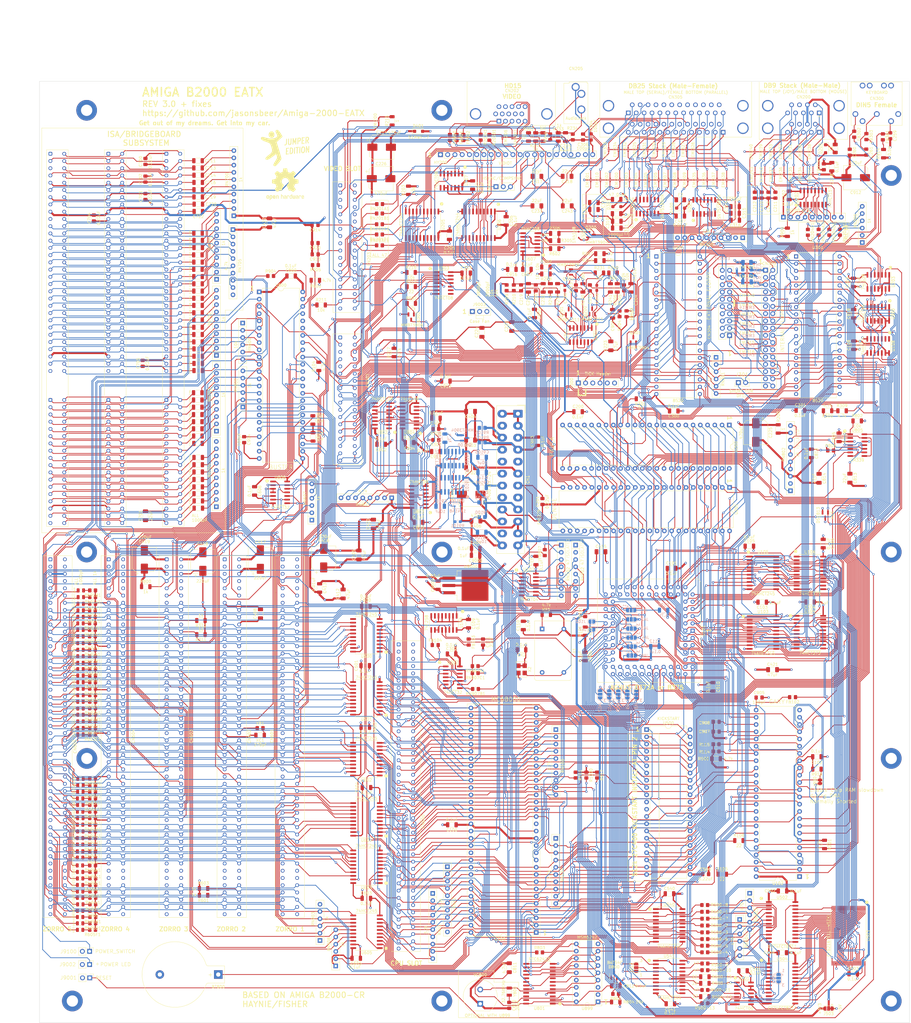
<source format=kicad_pcb>
(kicad_pcb
	(version 20240108)
	(generator "pcbnew")
	(generator_version "8.0")
	(general
		(thickness 1.6)
		(legacy_teardrops no)
	)
	(paper "C")
	(title_block
		(title "Amiga 2000 EATX")
		(date "2023-03-15")
		(rev "3.0")
	)
	(layers
		(0 "F.Cu" signal)
		(1 "In1.Cu" power)
		(2 "In2.Cu" power)
		(31 "B.Cu" signal)
		(32 "B.Adhes" user "B.Adhesive")
		(33 "F.Adhes" user "F.Adhesive")
		(34 "B.Paste" user)
		(35 "F.Paste" user)
		(36 "B.SilkS" user "B.Silkscreen")
		(37 "F.SilkS" user "F.Silkscreen")
		(38 "B.Mask" user)
		(39 "F.Mask" user)
		(40 "Dwgs.User" user "User.Drawings")
		(41 "Cmts.User" user "User.Comments")
		(42 "Eco1.User" user "User.Eco1")
		(43 "Eco2.User" user "User.Eco2")
		(44 "Edge.Cuts" user)
		(45 "Margin" user)
		(46 "B.CrtYd" user "B.Courtyard")
		(47 "F.CrtYd" user "F.Courtyard")
		(48 "B.Fab" user)
		(49 "F.Fab" user)
	)
	(setup
		(stackup
			(layer "F.SilkS"
				(type "Top Silk Screen")
			)
			(layer "F.Paste"
				(type "Top Solder Paste")
			)
			(layer "F.Mask"
				(type "Top Solder Mask")
				(thickness 0.01)
			)
			(layer "F.Cu"
				(type "copper")
				(thickness 0.035)
			)
			(layer "dielectric 1"
				(type "core")
				(thickness 0.48)
				(material "FR4")
				(epsilon_r 4.5)
				(loss_tangent 0.02)
			)
			(layer "In1.Cu"
				(type "copper")
				(thickness 0.035)
			)
			(layer "dielectric 2"
				(type "prepreg")
				(thickness 0.48)
				(material "FR4")
				(epsilon_r 4.5)
				(loss_tangent 0.02)
			)
			(layer "In2.Cu"
				(type "copper")
				(thickness 0.035)
			)
			(layer "dielectric 3"
				(type "core")
				(thickness 0.48)
				(material "FR4")
				(epsilon_r 4.5)
				(loss_tangent 0.02)
			)
			(layer "B.Cu"
				(type "copper")
				(thickness 0.035)
			)
			(layer "B.Mask"
				(type "Bottom Solder Mask")
				(thickness 0.01)
			)
			(layer "B.Paste"
				(type "Bottom Solder Paste")
			)
			(layer "B.SilkS"
				(type "Bottom Silk Screen")
			)
			(copper_finish "None")
			(dielectric_constraints no)
		)
		(pad_to_mask_clearance 0.05)
		(allow_soldermask_bridges_in_footprints no)
		(pcbplotparams
			(layerselection 0x00010fc_ffffffff)
			(plot_on_all_layers_selection 0x0000000_00000000)
			(disableapertmacros no)
			(usegerberextensions yes)
			(usegerberattributes no)
			(usegerberadvancedattributes no)
			(creategerberjobfile no)
			(dashed_line_dash_ratio 12.000000)
			(dashed_line_gap_ratio 3.000000)
			(svgprecision 4)
			(plotframeref no)
			(viasonmask no)
			(mode 1)
			(useauxorigin no)
			(hpglpennumber 1)
			(hpglpenspeed 20)
			(hpglpendiameter 15.000000)
			(pdf_front_fp_property_popups yes)
			(pdf_back_fp_property_popups yes)
			(dxfpolygonmode yes)
			(dxfimperialunits yes)
			(dxfusepcbnewfont yes)
			(psnegative no)
			(psa4output no)
			(plotreference yes)
			(plotvalue yes)
			(plotfptext yes)
			(plotinvisibletext no)
			(sketchpadsonfab no)
			(subtractmaskfromsilk yes)
			(outputformat 1)
			(mirror no)
			(drillshape 0)
			(scaleselection 1)
			(outputdirectory "out/")
		)
	)
	(net 0 "")
	(net 1 "GND")
	(net 2 "Net-(BT800-+)")
	(net 3 "_DTACK")
	(net 4 "_LDS")
	(net 5 "_UDS")
	(net 6 "R_W")
	(net 7 "_AS")
	(net 8 "_HLT")
	(net 9 "_RST")
	(net 10 "Net-(XC1-Pad1)")
	(net 11 "_BEER")
	(net 12 "_BOSS")
	(net 13 "_VPA")
	(net 14 "_BR")
	(net 15 "_BGACK")
	(net 16 "_IPL2")
	(net 17 "_IPL1")
	(net 18 "_IPL0")
	(net 19 "FC2")
	(net 20 "FC1")
	(net 21 "FC0")
	(net 22 "_VMA")
	(net 23 "D5")
	(net 24 "A4")
	(net 25 "D6")
	(net 26 "A3")
	(net 27 "D7")
	(net 28 "A2")
	(net 29 "D8")
	(net 30 "A1")
	(net 31 "D9")
	(net 32 "D10")
	(net 33 "D11")
	(net 34 "D12")
	(net 35 "D13")
	(net 36 "D14")
	(net 37 "D15")
	(net 38 "A23")
	(net 39 "E")
	(net 40 "A22")
	(net 41 "A21")
	(net 42 "A20")
	(net 43 "A19")
	(net 44 "7M")
	(net 45 "A18")
	(net 46 "A17")
	(net 47 "A16")
	(net 48 "A15")
	(net 49 "_BG")
	(net 50 "A14")
	(net 51 "A13")
	(net 52 "A12")
	(net 53 "A11")
	(net 54 "A10")
	(net 55 "A9")
	(net 56 "D0")
	(net 57 "A8")
	(net 58 "D1")
	(net 59 "A7")
	(net 60 "D2")
	(net 61 "A6")
	(net 62 "D3")
	(net 63 "A5")
	(net 64 "D4")
	(net 65 "_OEB")
	(net 66 "DRD8")
	(net 67 "DRD9")
	(net 68 "DRD10")
	(net 69 "DRD11")
	(net 70 "DRD12")
	(net 71 "DRD13")
	(net 72 "DRD14")
	(net 73 "DRD15")
	(net 74 "DRD0")
	(net 75 "DRD1")
	(net 76 "DRD2")
	(net 77 "DRD3")
	(net 78 "DRD4")
	(net 79 "DRD5")
	(net 80 "DRD6")
	(net 81 "DRD7")
	(net 82 "_LATCH")
	(net 83 "_OEL")
	(net 84 "+12V")
	(net 85 "-5V")
	(net 86 "Net-(CN601-Pad98)")
	(net 87 "Net-(CN601-Pad97)")
	(net 88 "Net-(JA5-A)")
	(net 89 "BA7")
	(net 90 "BA6")
	(net 91 "BA5")
	(net 92 "BA4")
	(net 93 "BA3")
	(net 94 "BA2")
	(net 95 "BA1")
	(net 96 "Net-(U201B-VCC)")
	(net 97 "Net-(Q202-C)")
	(net 98 "BA8")
	(net 99 "BA9")
	(net 100 "BA10")
	(net 101 "BA11")
	(net 102 "BA12")
	(net 103 "BA13")
	(net 104 "BA14")
	(net 105 "BA15")
	(net 106 "BA16")
	(net 107 "BA17")
	(net 108 "BA18")
	(net 109 "BA19")
	(net 110 "BA20")
	(net 111 "BA21")
	(net 112 "BA22")
	(net 113 "BA23")
	(net 114 "BD0")
	(net 115 "BD1")
	(net 116 "BD2")
	(net 117 "BD3")
	(net 118 "BD4")
	(net 119 "BD5")
	(net 120 "BD6")
	(net 121 "BD7")
	(net 122 "BD15")
	(net 123 "BD14")
	(net 124 "BD13")
	(net 125 "BD12")
	(net 126 "BD11")
	(net 127 "BD10")
	(net 128 "BD9")
	(net 129 "BD8")
	(net 130 "_CBG")
	(net 131 "_CBR")
	(net 132 "_INT6")
	(net 133 "XRDY")
	(net 134 "_VC1")
	(net 135 "_VC3")
	(net 136 "_INT2")
	(net 137 "VCDAC")
	(net 138 "28M")
	(net 139 "V7M")
	(net 140 "_BAS")
	(net 141 "_BUDS")
	(net 142 "_BLDS")
	(net 143 "READ")
	(net 144 "BFC0")
	(net 145 "BFC1")
	(net 146 "BFC2")
	(net 147 "_D2P")
	(net 148 "DMAOUT")
	(net 149 "_DBOE")
	(net 150 "Net-(C617-Pad1)")
	(net 151 "Net-(C619-Pad1)")
	(net 152 "Net-(C620-Pad1)")
	(net 153 "Net-(C621-Pad1)")
	(net 154 "Net-(C622-Pad1)")
	(net 155 "Net-(C623-Pad1)")
	(net 156 "Net-(C624-Pad1)")
	(net 157 "Net-(C625-Pad1)")
	(net 158 "Net-(C626-Pad1)")
	(net 159 "Net-(C627-Pad1)")
	(net 160 "Net-(C628-Pad1)")
	(net 161 "Net-(C629-Pad1)")
	(net 162 "Net-(C630-Pad1)")
	(net 163 "Net-(C631-Pad1)")
	(net 164 "Net-(C632-Pad1)")
	(net 165 "Net-(C633-Pad1)")
	(net 166 "Net-(C635-Pad1)")
	(net 167 "Net-(C637-Pad1)")
	(net 168 "Net-(C639-Pad1)")
	(net 169 "Net-(C641-Pad1)")
	(net 170 "Net-(C645-Pad1)")
	(net 171 "Net-(C647-Pad1)")
	(net 172 "Net-(C649-Pad1)")
	(net 173 "Net-(C650-Pad1)")
	(net 174 "Net-(C651-Pad1)")
	(net 175 "Net-(C652-Pad1)")
	(net 176 "Net-(C654-Pad1)")
	(net 177 "Net-(C655-Pad1)")
	(net 178 "Net-(C657-Pad1)")
	(net 179 "Net-(C658-Pad1)")
	(net 180 "Net-(C659-Pad1)")
	(net 181 "Net-(C660-Pad1)")
	(net 182 "Net-(C661-Pad1)")
	(net 183 "Net-(C662-Pad1)")
	(net 184 "Net-(C663-Pad1)")
	(net 185 "Net-(C664-Pad1)")
	(net 186 "Net-(C665-Pad1)")
	(net 187 "Net-(C666-Pad1)")
	(net 188 "Net-(C667-Pad1)")
	(net 189 "Net-(C668-Pad1)")
	(net 190 "Net-(C669-Pad1)")
	(net 191 "Net-(C670-Pad1)")
	(net 192 "Net-(C671-Pad1)")
	(net 193 "Net-(C672-Pad1)")
	(net 194 "Net-(C673-Pad1)")
	(net 195 "Net-(C674-Pad1)")
	(net 196 "_EINT1")
	(net 197 "Net-(C675-Pad1)")
	(net 198 "E7M")
	(net 199 "_EBG5")
	(net 200 "_EBR5")
	(net 201 "_EINT4")
	(net 202 "_EINT5")
	(net 203 "_EINT7")
	(net 204 "-12V")
	(net 205 "_EC1")
	(net 206 "_GBG")
	(net 207 "DOE")
	(net 208 "_OVR")
	(net 209 "ECDAC")
	(net 210 "_SLAVE5")
	(net 211 "_OWN")
	(net 212 "_EBG4")
	(net 213 "_EBR4")
	(net 214 "_SLAVE4")
	(net 215 "_EBG3")
	(net 216 "_EBR3")
	(net 217 "_SLAVE3")
	(net 218 "_EBG2")
	(net 219 "_EBR2")
	(net 220 "_SLAVE2")
	(net 221 "_EBG1")
	(net 222 "_EBR1")
	(net 223 "_COPCFG")
	(net 224 "_SLAVE1")
	(net 225 "Net-(U200-P0X)")
	(net 226 "/Power/+5VSB")
	(net 227 "Net-(U200-P0Y)")
	(net 228 "/Zorro_Expansion/_CFGOUT4")
	(net 229 "/Zorro_Expansion/_CFGIN4")
	(net 230 "/Zorro_Expansion/_CFGOUT3")
	(net 231 "/Zorro_Expansion/_CFGIN3")
	(net 232 "/Zorro_Expansion/_CFGOUT2")
	(net 233 "/Zorro_Expansion/_CFGIN2")
	(net 234 "Net-(U200-P1X)")
	(net 235 "+VID")
	(net 236 "_C4")
	(net 237 "_CSYNC")
	(net 238 "/Video/RED")
	(net 239 "/Video/GREEN")
	(net 240 "/Video/BLUE")
	(net 241 "PSTROBE")
	(net 242 "/Video/PIXELSW")
	(net 243 "_HSYNC")
	(net 244 "/Video/BURST")
	(net 245 "_XCLKEN")
	(net 246 "FLTRIGHT")
	(net 247 "FLTLEFT")
	(net 248 "Net-(U200-P1Y)")
	(net 249 "Net-(CN202-Pad14)")
	(net 250 "Net-(CN202-Pad13)")
	(net 251 "Net-(U204B-+)")
	(net 252 "Net-(Q201-S)")
	(net 253 "Net-(U204A--)")
	(net 254 "Net-(CN202-Pad3)")
	(net 255 "Net-(CN202-Pad2)")
	(net 256 "Net-(CN202-Pad1)")
	(net 257 "AUDIO")
	(net 258 "PPD7")
	(net 259 "PPD5")
	(net 260 "PPD3")
	(net 261 "PPD1")
	(net 262 "_PACK")
	(net 263 "PBUSY")
	(net 264 "PPOUT")
	(net 265 "B1")
	(net 266 "G2")
	(net 267 "G0")
	(net 268 "R2")
	(net 269 "R0")
	(net 270 "RAWRIGHT")
	(net 271 "RAWLEFT")
	(net 272 "_LED")
	(net 273 "PPD6")
	(net 274 "PPD4")
	(net 275 "PPD2")
	(net 276 "PPD0")
	(net 277 "PSEL")
	(net 278 "B2")
	(net 279 "G1")
	(net 280 "R1")
	(net 281 "+3V3")
	(net 282 "Net-(EMI200-Pad2)")
	(net 283 "Net-(R212-Pad2)")
	(net 284 "XCLK")
	(net 285 "Net-(R216-Pad2)")
	(net 286 "B0")
	(net 287 "R3")
	(net 288 "G3")
	(net 289 "B3")
	(net 290 "Net-(Q200-S)")
	(net 291 "M1V")
	(net 292 "M1H")
	(net 293 "M0V")
	(net 294 "M0H")
	(net 295 "Net-(RN700-R9)")
	(net 296 "RGA1")
	(net 297 "RGA2")
	(net 298 "RGA3")
	(net 299 "RGA4")
	(net 300 "RGA5")
	(net 301 "C1")
	(net 302 "RGA6")
	(net 303 "RGA7")
	(net 304 "_CDAC")
	(net 305 "RGA8")
	(net 306 "Net-(RN700-R8)")
	(net 307 "_BHS")
	(net 308 "_CIPL0")
	(net 309 "_C2")
	(net 310 "Net-(RN700-R7)")
	(net 311 "Net-(RN700-R6)")
	(net 312 "Net-(RN700-R5)")
	(net 313 "C3")
	(net 314 "_BRST")
	(net 315 "Net-(RN700-R4)")
	(net 316 "Net-(RN700-R3)")
	(net 317 "Net-(RN700-R2)")
	(net 318 "Net-(RN700-R1)")
	(net 319 "Net-(RN701-R9)")
	(net 320 "Net-(RN701-R8)")
	(net 321 "Net-(RN701-R7)")
	(net 322 "Net-(RN701-R6)")
	(net 323 "Net-(RN701-R5)")
	(net 324 "Net-(RN701-R4)")
	(net 325 "Net-(RN701-R3)")
	(net 326 "Net-(RN701-R2)")
	(net 327 "Net-(RN701-R1)")
	(net 328 "Net-(RN702-R9)")
	(net 329 "Net-(RN702-R8)")
	(net 330 "Net-(RN702-R7)")
	(net 331 "Net-(RN702-R6)")
	(net 332 "Net-(D800-Pad2)")
	(net 333 "Net-(D800-Pad1)")
	(net 334 "Net-(RN702-R5)")
	(net 335 "Net-(RN702-R4)")
	(net 336 "_CLKWR")
	(net 337 "_CLKRD")
	(net 338 "Net-(RN702-R3)")
	(net 339 "Net-(RN703-R6)")
	(net 340 "Net-(RN703-R5)")
	(net 341 "Net-(RN703-R4)")
	(net 342 "_MC1")
	(net 343 "_EC3")
	(net 344 "Net-(RN907B1-Pad2)")
	(net 345 "_RAS1")
	(net 346 "_CASL")
	(net 347 "_RAS0")
	(net 348 "_CASU")
	(net 349 "DRA8")
	(net 350 "DMAL")
	(net 351 "_WE")
	(net 352 "_INT3")
	(net 353 "_ROMEN")
	(net 354 "Net-(RN703-R3)")
	(net 355 "Net-(U900-Pad10)")
	(net 356 "Net-(RN703-R2)")
	(net 357 "Net-(RN703-R1)")
	(net 358 "Net-(RN704-R8)")
	(net 359 "Net-(RN704-R7)")
	(net 360 "Net-(RN704-R6)")
	(net 361 "Net-(RN704-R5)")
	(net 362 "Net-(RN704-R4)")
	(net 363 "Vref")
	(net 364 "+AV")
	(net 365 "-AV")
	(net 366 "Net-(C231-Pad2)")
	(net 367 "Net-(RN704-R3)")
	(net 368 "Net-(RN704-R2)")
	(net 369 "Net-(C233-Pad2)")
	(net 370 "Net-(C241-Pad2)")
	(net 371 "Net-(RN704-R1)")
	(net 372 "Net-(RN702-R2)")
	(net 373 "AUDOUT")
	(net 374 "Net-(CN200-Pad18)")
	(net 375 "/Paula/FIR0")
	(net 376 "Net-(CN200-Pad14)")
	(net 377 "Net-(CN200-Pad13)")
	(net 378 "Net-(CN200-Pad12)")
	(net 379 "Net-(CN200-Pad11)")
	(net 380 "Net-(CN200-Pad10)")
	(net 381 "Net-(CN200-Pad9)")
	(net 382 "Net-(CN200-Pad5)")
	(net 383 "Net-(CN200-Pad4)")
	(net 384 "Net-(CN200-Pad3)")
	(net 385 "Net-(CN200-Pad2)")
	(net 386 "Net-(CN200-Pad1)")
	(net 387 "_FIR1")
	(net 388 "Net-(RN702-R1)")
	(net 389 "Net-(RN703-R9)")
	(net 390 "Net-(RN703-R8)")
	(net 391 "Net-(RN703-R7)")
	(net 392 "Net-(U899-_XT)")
	(net 393 "Net-(U805A--)")
	(net 394 "Net-(RN802A-R1.1)")
	(net 395 "Net-(U102A-_LATCH)")
	(net 396 "_FIR0")
	(net 397 "Net-(J9002-Pin_1)")
	(net 398 "Net-(D9100-K)")
	(net 399 "AUDIN")
	(net 400 "_CUTOFF")
	(net 401 "unconnected-(CN1-PWR_OK-Pad8)")
	(net 402 "unconnected-(CN1-NC-Pad20)")
	(net 403 "unconnected-(CN202-Pad4)")
	(net 404 "unconnected-(CN202-Pad9)")
	(net 405 "_RxD")
	(net 406 "_TxD")
	(net 407 "DKWE")
	(net 408 "_DKWD")
	(net 409 "_DKRD")
	(net 410 "_KBRST")
	(net 411 "Net-(C310-Pad1)")
	(net 412 "Net-(C311-Pad1)")
	(net 413 "Net-(C312-Pad1)")
	(net 414 "Net-(C314-Pad2)")
	(net 415 "Net-(C315-Pad2)")
	(net 416 "Net-(C316-Pad2)")
	(net 417 "Net-(C318-Pad2)")
	(net 418 "unconnected-(CN202-Pad11)")
	(net 419 "unconnected-(CN202-Pad12)")
	(net 420 "unconnected-(CN202-Pad15)")
	(net 421 "/Serial/DTR")
	(net 422 "unconnected-(CN203-Pad1)")
	(net 423 "unconnected-(CN203-Pad2)")
	(net 424 "unconnected-(CN203-Pad5)")
	(net 425 "unconnected-(CN203-Pad35)")
	(net 426 "unconnected-(CN300-Pad3)")
	(net 427 "unconnected-(CN303-Pin_3-Pad3)")
	(net 428 "Net-(CN304-Pin_1)")
	(net 429 "/Serial/CD")
	(net 430 "/Serial/DSR")
	(net 431 "/Serial/CTS")
	(net 432 "/Serial/RTS")
	(net 433 "Net-(CN304-Pin_2)")
	(net 434 "Net-(EMI332-Pad2)")
	(net 435 "Net-(EMI333-Pad2)")
	(net 436 "Net-(CN304-Pin_3)")
	(net 437 "Net-(R902-Pad2)")
	(net 438 "Net-(CN304-Pin_4)")
	(net 439 "_MTR")
	(net 440 "_SEL1")
	(net 441 "_SEL0")
	(net 442 "_SIDE")
	(net 443 "DIR")
	(net 444 "_STEP")
	(net 445 "_INDEX")
	(net 446 "Net-(CN304-Pin_6)")
	(net 447 "Net-(CN304-Pin_8)")
	(net 448 "Net-(CN304-Pin_9)")
	(net 449 "Net-(CN304-Pin_10)")
	(net 450 "Net-(CN304-Pin_11)")
	(net 451 "_KBCLK")
	(net 452 "Net-(C313-Pad1)")
	(net 453 "Net-(CN304-Pin_12)")
	(net 454 "Net-(CN304-Pin_13)")
	(net 455 "Net-(CN304-Pin_14)")
	(net 456 "Net-(EMI310-Pad2)")
	(net 457 "Net-(CN304-Pin_15)")
	(net 458 "Net-(CN304-Pin_16)")
	(net 459 "Net-(CN304-Pin_17)")
	(net 460 "Net-(CN305-Pad11)")
	(net 461 "Net-(CN305-Pad10)")
	(net 462 "Net-(CN305-Pad1)")
	(net 463 "_EXRAM")
	(net 464 "Net-(CN304-Pin_18)")
	(net 465 "/Memory and Kickstart/_SRAMCE")
	(net 466 "OVL")
	(net 467 "/Memory and Kickstart/_MCASL")
	(net 468 "/Memory and Kickstart/_MCASU")
	(net 469 "/Memory and Kickstart/_MRAS1")
	(net 470 "/Memory and Kickstart/_MWE")
	(net 471 "/Memory and Kickstart/DRAB8")
	(net 472 "/Memory and Kickstart/DRAB0")
	(net 473 "/Memory and Kickstart/DRAB1")
	(net 474 "/Memory and Kickstart/DRAB2")
	(net 475 "/Memory and Kickstart/DRAB3")
	(net 476 "/Memory and Kickstart/DRAB4")
	(net 477 "/Memory and Kickstart/DRAB5")
	(net 478 "/Memory and Kickstart/DRAB6")
	(net 479 "/Memory and Kickstart/DRAB7")
	(net 480 "/Memory and Kickstart/DRAC0")
	(net 481 "/Memory and Kickstart/DRAC1")
	(net 482 "/Memory and Kickstart/DRAC2")
	(net 483 "/Memory and Kickstart/DRAC3")
	(net 484 "/Memory and Kickstart/DRAC4")
	(net 485 "/Memory and Kickstart/DRAC5")
	(net 486 "/Memory and Kickstart/DRAC6")
	(net 487 "/Memory and Kickstart/DRAC7")
	(net 488 "/Memory and Kickstart/DRAC8")
	(net 489 "Net-(CN304-Pin_19)")
	(net 490 "Net-(C259-Pad1)")
	(net 491 "/Floppy and Parallel/_IORST")
	(net 492 "Net-(CN305A-P14)")
	(net 493 "Net-(FB301-Pad2)")
	(net 494 "unconnected-(CN305A-P15-Pad15)")
	(net 495 "Net-(CN305A-P16)")
	(net 496 "unconnected-(CN305-Pad37)")
	(net 497 "unconnected-(CN305-Pad38)")
	(net 498 "unconnected-(CN305-Pad39)")
	(net 499 "unconnected-(CN305-Pad40)")
	(net 500 "unconnected-(CN305-Pad41)")
	(net 501 "unconnected-(CN305-Pad42)")
	(net 502 "unconnected-(CN305-Pad44)")
	(net 503 "_BUSRST")
	(net 504 "/Floppy and Parallel/_INUSE0")
	(net 505 "unconnected-(CN305-Pad46)")
	(net 506 "unconnected-(CN305-Pad48)")
	(net 507 "unconnected-(CN305-Pad49)")
	(net 508 "unconnected-(CN305-Pad50)")
	(net 509 "unconnected-(CN601-Pad11)")
	(net 510 "Net-(RN705-R1)")
	(net 511 "Net-(RN705-R2)")
	(net 512 "Net-(RN705-R3)")
	(net 513 "/Paula/+5VMOUSE")
	(net 514 "Net-(RN705-R4)")
	(net 515 "Net-(RN705-R7)")
	(net 516 "Net-(C711-Pad2)")
	(net 517 "Net-(RN705-R8)")
	(net 518 "Net-(C713-Pad2)")
	(net 519 "Net-(RN705-R5)")
	(net 520 "Net-(C714-Pad2)")
	(net 521 "Net-(RN705-R6)")
	(net 522 "Net-(C716-Pad2)")
	(net 523 "Net-(D200-K)")
	(net 524 "Net-(C717-Pad2)")
	(net 525 "Net-(D200-A)")
	(net 526 "Net-(C719-Pad2)")
	(net 527 "Net-(D300-K)")
	(net 528 "Net-(C720-Pad2)")
	(net 529 "Net-(D301-K)")
	(net 530 "Net-(C722-Pad2)")
	(net 531 "Net-(D400-K)")
	(net 532 "Net-(C726-Pad2)")
	(net 533 "Net-(D401-A)")
	(net 534 "Net-(C728-Pad2)")
	(net 535 "Net-(D9100-A)")
	(net 536 "Net-(C730-Pad2)")
	(net 537 "Net-(RN200-R1)")
	(net 538 "Net-(C732-Pad2)")
	(net 539 "Net-(RN200-R4)")
	(net 540 "Net-(C734-Pad2)")
	(net 541 "Net-(RN200-R3)")
	(net 542 "Net-(C736-Pad2)")
	(net 543 "Net-(RN200-R6)")
	(net 544 "Net-(C738-Pad2)")
	(net 545 "Net-(RN200-R5)")
	(net 546 "Net-(C740-Pad2)")
	(net 547 "Net-(RN200-R2)")
	(net 548 "Net-(C742-Pad2)")
	(net 549 "Net-(RN200-R7)")
	(net 550 "Net-(C744-Pad2)")
	(net 551 "Net-(RN200-R8)")
	(net 552 "Net-(C746-Pad2)")
	(net 553 "Net-(X1-OUT)")
	(net 554 "Net-(C748-Pad2)")
	(net 555 "Net-(U109-I0d)")
	(net 556 "Net-(C750-Pad2)")
	(net 557 "Net-(U109-Zc)")
	(net 558 "Net-(C752-Pad2)")
	(net 559 "Net-(U109-Zd)")
	(net 560 "Net-(C754-Pad2)")
	(net 561 "Net-(RN300-R3)")
	(net 562 "Net-(C756-Pad2)")
	(net 563 "Net-(RN102A-R1.2)")
	(net 564 "Net-(C758-Pad2)")
	(net 565 "Net-(J102-B)")
	(net 566 "Net-(C760-Pad2)")
	(net 567 "unconnected-(J300-Pin_5-Pad5)")
	(net 568 "Net-(C762-Pad2)")
	(net 569 "Net-(J301-Pin_1)")
	(net 570 "Net-(C764-Pad2)")
	(net 571 "Net-(C766-Pad2)")
	(net 572 "unconnected-(J9003-Pin_3-Pad3)")
	(net 573 "Net-(C768-Pad2)")
	(net 574 "Net-(J9004-A)")
	(net 575 "Net-(C770-Pad2)")
	(net 576 "Net-(J9004-C)")
	(net 577 "Net-(C776-Pad2)")
	(net 578 "Net-(JA1-C)")
	(net 579 "Net-(C778-Pad2)")
	(net 580 "Net-(JA1-B)")
	(net 581 "Net-(C780-Pad2)")
	(net 582 "Net-(JA2-C)")
	(net 583 "Net-(C782-Pad2)")
	(net 584 "Net-(JA3-C)")
	(net 585 "Net-(C784-Pad2)")
	(net 586 "Net-(JA4-C)")
	(net 587 "Net-(C786-Pad2)")
	(net 588 "Net-(JA5-C)")
	(net 589 "Net-(C787-Pad2)")
	(net 590 "Net-(JA6-C)")
	(net 591 "Net-(C789-Pad2)")
	(net 592 "Net-(JA8-C)")
	(net 593 "Net-(C790-Pad2)")
	(net 594 "Net-(JA9-C)")
	(net 595 "Net-(C791-Pad2)")
	(net 596 "Net-(JA10-C)")
	(net 597 "Net-(C793-Pad2)")
	(net 598 "Net-(JA11-C)")
	(net 599 "Net-(C794-Pad2)")
	(net 600 "Net-(JA12-C)")
	(net 601 "Net-(C796-Pad2)")
	(net 602 "Net-(JA13-C)")
	(net 603 "Net-(Q200-G)")
	(net 604 "Net-(Q201-G)")
	(net 605 "Net-(CN700-PadD17)")
	(net 606 "Net-(CN700-PadD15)")
	(net 607 "Net-(CN700-PadD14)")
	(net 608 "Net-(CN700-PadD13)")
	(net 609 "Net-(CN700-PadD12)")
	(net 610 "Net-(CN700-PadD11)")
	(net 611 "Net-(CN700-PadD10)")
	(net 612 "Net-(CN700-PadD9)")
	(net 613 "Net-(CN700-PadD8)")
	(net 614 "Net-(CN700-PadD7)")
	(net 615 "Net-(CN700-PadD6)")
	(net 616 "Net-(CN700-PadD5)")
	(net 617 "Net-(CN700-PadD4)")
	(net 618 "Net-(CN700-PadD3)")
	(net 619 "Net-(Q202-B)")
	(net 620 "Net-(Q301-B)")
	(net 621 "Net-(Q302-B)")
	(net 622 "Net-(Q302-C)")
	(net 623 "Net-(CN700-PadB30)")
	(net 624 "Net-(CN700-PadB28)")
	(net 625 "Net-(CN700-PadB27)")
	(net 626 "Net-(CN700-PadB26)")
	(net 627 "Net-(CN700-PadB25)")
	(net 628 "Net-(CN700-PadB24)")
	(net 629 "Net-(CN700-PadB23)")
	(net 630 "Net-(CN700-PadB22)")
	(net 631 "Net-(CN700-PadB21)")
	(net 632 "Net-(CN700-PadB20)")
	(net 633 "Net-(CN700-PadB19)")
	(net 634 "Net-(CN700-PadB18)")
	(net 635 "Net-(CN700-PadB17)")
	(net 636 "Net-(CN700-PadB16)")
	(net 637 "Net-(CN700-PadB15)")
	(net 638 "Net-(Q9100-B)")
	(net 639 "Net-(U102A-_VPA)")
	(net 640 "Net-(U102A-_DTACK)")
	(net 641 "Net-(U200-RIGHT)")
	(net 642 "Net-(CN700-PadB8)")
	(net 643 "Net-(CN700-PadB6)")
	(net 644 "Net-(CN700-PadB4)")
	(net 645 "Net-(CN700-PadB2)")
	(net 646 "Net-(CN700-PadA11)")
	(net 647 "Net-(CN700-PadA10)")
	(net 648 "Net-(CN700-PadA1)")
	(net 649 "Net-(U200-LEFT)")
	(net 650 "/Zorro_Expansion/_CFGIN5")
	(net 651 "/Zorro_Expansion/_CFGOUT1")
	(net 652 "Net-(U108B-~{Q})")
	(net 653 "Net-(U102C-MTRON)")
	(net 654 "/Serial/RESET")
	(net 655 "+AUD")
	(net 656 "Net-(EMI206-Pad1)")
	(net 657 "Net-(EMI207-Pad1)")
	(net 658 "Net-(U540-O0a)")
	(net 659 "Net-(U540-O1a)")
	(net 660 "Net-(U540-O2a)")
	(net 661 "Net-(U540-O3a)")
	(net 662 "Net-(U540-O0b)")
	(net 663 "Net-(U540-O1b)")
	(net 664 "Net-(U540-O2b)")
	(net 665 "Net-(U540-O3b)")
	(net 666 "Net-(U541-O0a)")
	(net 667 "Net-(U541-O1a)")
	(net 668 "Net-(U541-O2a)")
	(net 669 "Net-(U541-O3a)")
	(net 670 "Net-(U541-O0b)")
	(net 671 "Net-(U541-O1b)")
	(net 672 "Net-(U541-O3b)")
	(net 673 "Net-(U800A-DOE)")
	(net 674 "Net-(U800A-_C4)")
	(net 675 "Net-(U9102B-Q)")
	(net 676 "Net-(RN100-R7)")
	(net 677 "Net-(RN102A-R1.1)")
	(net 678 "Net-(RN102B-R2.1)")
	(net 679 "Net-(RN102C-R3.1)")
	(net 680 "Net-(U205-1Y2)")
	(net 681 "Net-(C9103-Pad1)")
	(net 682 "Net-(U202-Za)")
	(net 683 "Net-(U9101-Pad6)")
	(net 684 "Net-(U202-Zb)")
	(net 685 "Net-(U202-Zc)")
	(net 686 "/Memory and Kickstart/CAS")
	(net 687 "/Memory and Kickstart/RAS")
	(net 688 "/Memory and Kickstart/DRAD1")
	(net 689 "/Memory and Kickstart/DRAD2")
	(net 690 "/Memory and Kickstart/DRAD3")
	(net 691 "/Memory and Kickstart/DRAD4")
	(net 692 "/Memory and Kickstart/DRAD5")
	(net 693 "/Memory and Kickstart/DRAD6")
	(net 694 "/Memory and Kickstart/DRAD7")
	(net 695 "/Memory and Kickstart/DRAD8")
	(net 696 "Net-(U202-Zd)")
	(net 697 "Net-(C9105-Pad1)")
	(net 698 "/Power/_PS-ON")
	(net 699 "unconnected-(RN205-R1-Pad2)")
	(net 700 "unconnected-(RN300-R1-Pad2)")
	(net 701 "unconnected-(RN300-R9-Pad10)")
	(net 702 "unconnected-(RN704-R9-Pad10)")
	(net 703 "unconnected-(RN705-R9-Pad10)")
	(net 704 "Net-(RN802C-R3.2)")
	(net 705 "Net-(RN802D-R4.2)")
	(net 706 "Net-(RN902B-R2.1)")
	(net 707 "Net-(CN305-Pad13)")
	(net 708 "Net-(CN305-Pad12)")
	(net 709 "Net-(CN305-Pad9)")
	(net 710 "Net-(CN305-Pad8)")
	(net 711 "Net-(CN305-Pad7)")
	(net 712 "Net-(CN305-Pad6)")
	(net 713 "Net-(CN305-Pad5)")
	(net 714 "Net-(CN305-Pad4)")
	(net 715 "Net-(CN305-Pad3)")
	(net 716 "Net-(CN305-Pad2)")
	(net 717 "Net-(C304-Pad1)")
	(net 718 "Net-(C306-Pad1)")
	(net 719 "Net-(CN305-Pad47)")
	(net 720 "Net-(CN305-Pad45)")
	(net 721 "Net-(CN305-Pad35)")
	(net 722 "Net-(CN305-Pad34)")
	(net 723 "Net-(CN305-Pad33)")
	(net 724 "Net-(CN305-Pad31)")
	(net 725 "Net-(CN305-Pad30)")
	(net 726 "Net-(CN305-Pad29)")
	(net 727 "Net-(CN305-Pad28)")
	(net 728 "Net-(CN305-Pad27)")
	(net 729 "Net-(RN902C-R3.1)")
	(net 730 "/Video/_COMPSYNC")
	(net 731 "/Video/SYNC")
	(net 732 "/Video/COMPVID")
	(net 733 "Net-(RN902D-R4.1)")
	(net 734 "unconnected-(RN903-R5-Pad6)")
	(net 735 "Net-(CN203-Pad33)")
	(net 736 "Net-(RN908-R1)")
	(net 737 "Net-(RN908-R2)")
	(net 738 "_VSYNC")
	(net 739 "/Floppy and Parallel/_RDY")
	(net 740 "/Floppy and Parallel/_WPROT")
	(net 741 "/Floppy and Parallel/_TRK0")
	(net 742 "/Floppy and Parallel/_DKWEB")
	(net 743 "/Floppy and Parallel/_DKWDB")
	(net 744 "/Floppy and Parallel/_MTROD")
	(net 745 "/Floppy and Parallel/_INUSE1")
	(net 746 "/Floppy and Parallel/_CHNG")
	(net 747 "/Floppy and Parallel/_KBDATA")
	(net 748 "Net-(CN203-Pad29)")
	(net 749 "Net-(CN203-Pad27)")
	(net 750 "Net-(CN203-Pad25)")
	(net 751 "Net-(CN203-Pad23)")
	(net 752 "unconnected-(RNX2-R9-Pad10)")
	(net 753 "Net-(C260-Pad1)")
	(net 754 "Net-(CN200-Pad15)")
	(net 755 "AgnusCLK")
	(net 756 "Net-(U102A-_BLIT)")
	(net 757 "Net-(U102C-DKWEB)")
	(net 758 "Net-(U102C-DKWDB)")
	(net 759 "7MHz")
	(net 760 "Net-(U102C-MTRX)")
	(net 761 "Net-(U108B-C)")
	(net 762 "unconnected-(U109-Za-Pad4)")
	(net 763 "unconnected-(U109-Zb-Pad7)")
	(net 764 "Net-(U201A-BURST)")
	(net 765 "Net-(U201A-R0)")
	(net 766 "Net-(U201A-R1)")
	(net 767 "Net-(U201A-R2)")
	(net 768 "Net-(U201A-R3)")
	(net 769 "Net-(U201A-B0)")
	(net 770 "DRA9")
	(net 771 "/Memory and Kickstart/DRAB9")
	(net 772 "Net-(U201A-B1)")
	(net 773 "Net-(U201A-B2)")
	(net 774 "Net-(U201A-B3)")
	(net 775 "Net-(U201A-G0)")
	(net 776 "Net-(U201A-G1)")
	(net 777 "Net-(U201A-G2)")
	(net 778 "Net-(U201A-G3)")
	(net 779 "Net-(U201A-PIXELSW)")
	(net 780 "unconnected-(U207-Pad8)")
	(net 781 "unconnected-(U207-Pad11)")
	(net 782 "Net-(U300A-_CS)")
	(net 783 "unconnected-(U301A-_PC-Pad18)")
	(net 784 "Net-(U301A-_CS)")
	(net 785 "unconnected-(U303-Pad8)")
	(net 786 "unconnected-(U303-Pad9)")
	(net 787 "_DBR")
	(net 788 "_RAMEN")
	(net 789 "_REGEN")
	(net 790 "_BLS")
	(net 791 "unconnected-(U303-Pad10)")
	(net 792 "unconnected-(U305-Pad2)")
	(net 793 "/Memory and Kickstart/DRAC9")
	(net 794 "/Memory and Kickstart/DRAD9")
	(net 795 "unconnected-(U305-Pad5)")
	(net 796 "/Memory and Kickstart/_MRAS0")
	(net 797 "unconnected-(U305-Pad9)")
	(net 798 "unconnected-(U305-Pad12)")
	(net 799 "unconnected-(U501-Pad11)")
	(net 800 "unconnected-(U541-O2b-Pad5)")
	(net 801 "/Memory and Kickstart/DRABx")
	(net 802 "/Memory and Kickstart/DRADx")
	(net 803 "DRA0-G")
	(net 804 "DRA7-6")
	(net 805 "DRA5-4")
	(net 806 "DRA3-2")
	(net 807 "DRA1-0")
	(net 808 "DRA8-7")
	(net 809 "DRA6-5")
	(net 810 "DRA4-3")
	(net 811 "DRA2-1")
	(net 812 "unconnected-(U600-A7-Pad9)")
	(net 813 "unconnected-(U600-B7-Pad11)")
	(net 814 "/Buster and RTC/CLKVCC")
	(net 815 "/Buster and RTC/STDP")
	(net 816 "unconnected-(U800A-PTEST-Pad44)")
	(net 817 "unconnected-(U801-(VDD)-Pad22)")
	(net 818 "unconnected-(U801-(VDD)-Pad23)")
	(net 819 "unconnected-(U802-O7-Pad7)")
	(net 820 "Net-(U802-O6)")
	(net 821 "Net-(U802-O5)")
	(net 822 "Net-(U802-O4)")
	(net 823 "Net-(U802-O3)")
	(net 824 "Net-(U802-O2)")
	(net 825 "Net-(U802-O1)")
	(net 826 "Net-(U802-O0)")
	(net 827 "Net-(U804-I1)")
	(net 828 "Net-(U804-I4)")
	(net 829 "Net-(U804-I5)")
	(net 830 "Net-(U804-I7)")
	(net 831 "unconnected-(U804-GS-Pad14)")
	(net 832 "unconnected-(U804-EO-Pad15)")
	(net 833 "Net-(U899-XT)")
	(net 834 "/Floppy and Parallel/_MTRX")
	(net 835 "/Floppy and Parallel/_DKRST")
	(net 836 "_SEL3")
	(net 837 "_SEL2")
	(net 838 "Net-(EMI320-Pad1)")
	(net 839 "Net-(EMI321-Pad1)")
	(net 840 "Net-(U9102B-C)")
	(net 841 "Net-(U9102B-D)")
	(net 842 "Net-(U9102B-~{R})")
	(net 843 "unconnected-(U9102B-~{Q}-Pad8)")
	(net 844 "Net-(X1-Enable)")
	(net 845 "_CIPL2")
	(net 846 "Net-(R203A1-Pad2)")
	(net 847 "_CIPL1")
	(net 848 "TBASE")
	(net 849 "Net-(J900-B)")
	(net 850 "+5V")
	(net 851 "unconnected-(RNX1-R1-Pad2)")
	(net 852 "unconnected-(U801-NC-Pad3)")
	(net 853 "unconnected-(U801-NC-Pad6)")
	(net 854 "unconnected-(U801-NC-Pad8)")
	(net 855 "unconnected-(U801-NC-Pad17)")
	(net 856 "unconnected-(U801-NC-Pad18)")
	(net 857 "unconnected-(U801-NC-Pad21)")
	(net 858 "Mcc")
	(footprint "Resistor_SMD:R_0805_2012Metric_Pad1.20x1.40mm_HandSolder" (layer "F.Cu") (at 292.40729 297.1995 -90))
	(footprint "Resistor_SMD:R_0805_2012Metric_Pad1.20x1.40mm_HandSolder" (layer "F.Cu") (at 296.16649 297.1995 -90))
	(footprint "Package_SO:SOIC-20W_7.5x12.8mm_P1.27mm" (layer "F.Cu") (at 370.74089 226.2827))
	(footprint "Capacitor_SMD:C_0805_2012Metric_Pad1.18x1.45mm_HandSolder" (layer "F.Cu") (at 277.01489 201.2383 90))
	(footprint "Capacitor_SMD:C_1206_3216Metric" (layer "F.Cu") (at 244.42669 107.8425 90))
	(footprint "Capacitor_SMD:C_1206_3216Metric" (layer "F.Cu") (at 264.30219 102.826 -90))
	(footprint "Capacitor_SMD:C_1206_3216Metric" (layer "F.Cu") (at 243.15669 158.9981 180))
	(footprint "Resistor_SMD:R_1206_3216Metric" (layer "F.Cu") (at 231.04089 125.8765))
	(footprint "Resistor_SMD:R_1206_3216Metric" (layer "F.Cu") (at 224.33529 67.7359 90))
	(footprint "Resistor_SMD:R_1206_3216Metric" (layer "F.Cu") (at 230.99009 120.8981))
	(footprint "Resistor_SMD:R_0805_2012Metric_Pad1.20x1.40mm_HandSolder" (layer "F.Cu") (at 219.96649 96.9205 180))
	(footprint "Resistor_SMD:R_0805_2012Metric_Pad1.20x1.40mm_HandSolder" (layer "F.Cu") (at 219.91569 100.2225 180))
	(footprint "Resistor_SMD:R_0805_2012Metric_Pad1.20x1.40mm_HandSolder" (layer "F.Cu") (at 219.91569 104.0071 180))
	(footprint "Resistor_SMD:R_0805_2012Metric_Pad1.20x1.40mm_HandSolder" (layer "F.Cu") (at 219.91569 107.5885 180))
	(footprint "Resistor_SMD:R_0805_2012Metric_Pad1.20x1.40mm_HandSolder" (layer "F.Cu") (at 219.91569 111.3985))
	(footprint "Package_SO:SOIC-20W_7.5x12.8mm_P1.27mm" (layer "F.Cu") (at 234.83819 104.1759 -90))
	(footprint "Capacitor_SMD:C_1206_3216Metric" (layer "F.Cu") (at 275.28769 180.1055 90))
	(footprint "Capacitor_SMD:C_1206_3216Metric" (layer "F.Cu") (at 292.00089 255.5943 -90))
	(footprint "Capacitor_SMD:C_1206_3216Metric" (layer "F.Cu") (at 336.83969 266.2425 -90))
	(footprint "Capacitor_SMD:C_1206_3216Metric" (layer "F.Cu") (at 220.50497 181.18246))
	(footprint "Package_SO:SOIC-14_3.9x8.7mm_P1.27mm" (layer "F.Cu") (at 245.59001 262.89426))
	(footprint "Package_SO:SOIC-16_3.9x9.9mm_P1.27mm" (layer "F.Cu") (at 220.80469 171.1393 180))
	(footprint "Package_SO:SOIC-14_3.9x8.7mm_P1.27mm" (layer "F.Cu") (at 233.65709 199.6381 180))
	(footprint "AmigaFootprints:DSUB-15-HD_Female_Horizontal_P2.29x1.98mm_EdgePinOffset8.35mm_Housed_MountingHolesOffset10.89mm" (layer "F.Cu") (at 266.34969 53.8675 180))
	(footprint "Capacitor_SMD:C_1206_3216Metric" (layer "F.Cu") (at 375.4 216 90))
	(footprint "Package_SO:SOIC-14_3.9x8.7mm_P1.27mm"
		(layer "F.Cu")
		(uuid "00000000-0000-0000-0000-00006058901e")
		(at 242.42009 124.6065)
		(descr "SOIC, 14 Pin (JEDEC MS-012AB, https://www.analog.com/media/en/package-pcb-resources/package/pkg_pdf/soic_narrow-r/r_14.pdf), generated with kicad-footprint-generator ipc_gullwing_generator.py")
		(tags "SOIC SO")
		(property "Reference" "U303"
			(at 0 -5.28 0)
			(layer "F.SilkS")
			(uuid "2c8e2823-cdc0-4f6d-bc0c-b0d3dce6e097")
			(effects
				(font
					(size 1 1)
					(thickness 0.15)
				)
			)
		)
		(property "Value" "74HCT08"
			(at 0 5.28 0)
			(layer "F.SilkS")
			(uuid "88ca6a11-691e-4369-b2d5-542c1e28221d")
			(effects
				(font
					(size 1 1)
					(thickness 0.15)
				)
			)
		)
		(property "Footprint" "Package_SO:SOIC-14_3.9x8.7mm_P1.27mm"
			(at 0 0 0)
			(layer "F.Fab")
			(hide yes)
			(uuid "97734dbf-d65a-42ea-807e-f082a511e460")
			(effects
				(font
					(size 1.27 1.27)
					(thickness 0.15)
				)
			)
		)
		(property "Datasheet" "http://www.ti.com/lit/gpn/sn74LS08"
			(at 0 0 0)
			(layer "F.Fab")
			(hide yes)
			(uuid "dbd22298-7547-4a65-b6e1-bd4479c9229e")
			(effects
				(font
					(size 1.27 1.27)
					(thickness 0.15)
				)
			)
		)
		(property "Description" ""
			(at 0 0 0)
			(layer "F.Fab")
			(hide yes)
			(uuid "ab275c76-b3dc-4c58-96e2-dfc5667d465c")
			(effects
				(font
					(size 1.27 1.27)
					(thickness 0.15)
				)
			)
		)
		(property "Digikey" ""
			(at 0 0 0)
			(layer "F.Fab")
			(hide yes)
			(uuid "cf8436d3-bbdd-483e-a2c3-ff98bda8dec8")
			(effects
				(font
					(size 1 1)
					(thickness 0.15)
				)
			)
		)
		(property "Digikey cheap" ""
			(at 0 0 0)
			(layer "F.Fab")
			(hide yes)
			(uuid "7ee206fa-68ef-4156-b0da-a434764138eb")
			(effects
				(font
					(size 1 1)
					(thickness 0.15)
				)
			)
		)
		(property "JLCPCB" ""
			(at 0 0 0)
			(layer "F.Fab")
			(hide yes)
			(uuid "4b76bbbe-0b40-4da3-a09c-01f3f54e8785")
			(effects
				(font
					(size 1 1)
					(thickness 0.15)
				)
			)
		)
		(property "LCSC" "C6767"
			(at 0 0 0)
			(layer "F.Fab")
			(hide yes)
			(uuid "a3d9eb93-0a8e-4734-b2c4-62ec86838704")
			(effects
				(font
					(size 1 1)
					(thickness 0.15)
				)
			)
		)
		(property "LCSC Alt" "C176922"
			(at 0 0 0)
			(layer "F.Fab")
			(hide yes)
			(uuid "8eca5658-cb8d-4160-b908-a6e4633831e7")
			(effects
				(font
					(size 1 1)
					(thickness 0.15)
				)
			)
		)
		(property "Digikey ordered" ""
			(at 0 0 0)
			(unlocked yes)
			(layer "F.Fab")
			(hide yes)
			(uuid "648582d9-4217-4e57-a174-1a734c11b140")
			(effects
				(font
					(size 1 1)
					(thickness 0.15)
				)
			)
		)
		(property ki_fp_filters "DIP*W7.62mm*")
		(path "/00000000-0000-0000-0000-0000604fa049/00000000-0000-0000-0000-0000604b4590")
		(sheetname "Processor")
		(sheetfile "Processor.kicad_sch")
		(attr smd)
		(fp_line
			(start 0 -4.435)
			(end -3.45 -4.435)
			(stroke
				(width 0.12)
				(type solid)
			)
			(layer "F.SilkS")
			(uuid "3f9641cb-3b54-4ba4-9049-5d4fb86def59")
		)
		(fp_line
			(start 0 -4.435)
			(end 1.95 -4.435)
			(stroke
				(width 0.12)
				(type solid)
			)
			(layer "F.SilkS")
			(uuid "edc2ba47-b00d-4539-b380-f6fd0c173e45")
		)
		(fp_line
			(start 0 4.435)
			(end -1.95 4.435)
			(stroke
				(width 0.12)
				(type solid)
			)
			(layer "F.SilkS")
			(uuid "93f77142-7850-496e-9668-97d654f0c163")
		)
		(fp_line
			(start 0 4.435)
			(end 1.95 4.435)
			(stroke
				(width 0.12)
				(type solid)
			)
			(layer "F.SilkS")
			(uuid "2b6b19f6-04ae-4b90-9010-8d1cac8ea4be")
		)
		(fp_line
			(start -3.7 -4.58)
			(end -3.7 4.58)
			(stroke
				(width 0.05)
				(type solid)
			)
			(layer "F.CrtYd")
			(uuid "8ca6c4af-ed49-43b9-8449-7650b3dce236")
		)
		(fp_line
			(start -3.7 4.58)
			(end 3.7 4.58)
			(stroke
				(width 0.05)
				(type solid)
			)
			(layer "F.CrtYd")
			(uuid "47acf2f7-a16d-4178-9ad7-9fc734edb24e")
		)
		(fp_line
			(start 3.7 -4.58)
			(end -3.7 -4.58)
			(stroke
				(width 0.05)
	
... [15767566 chars truncated]
</source>
